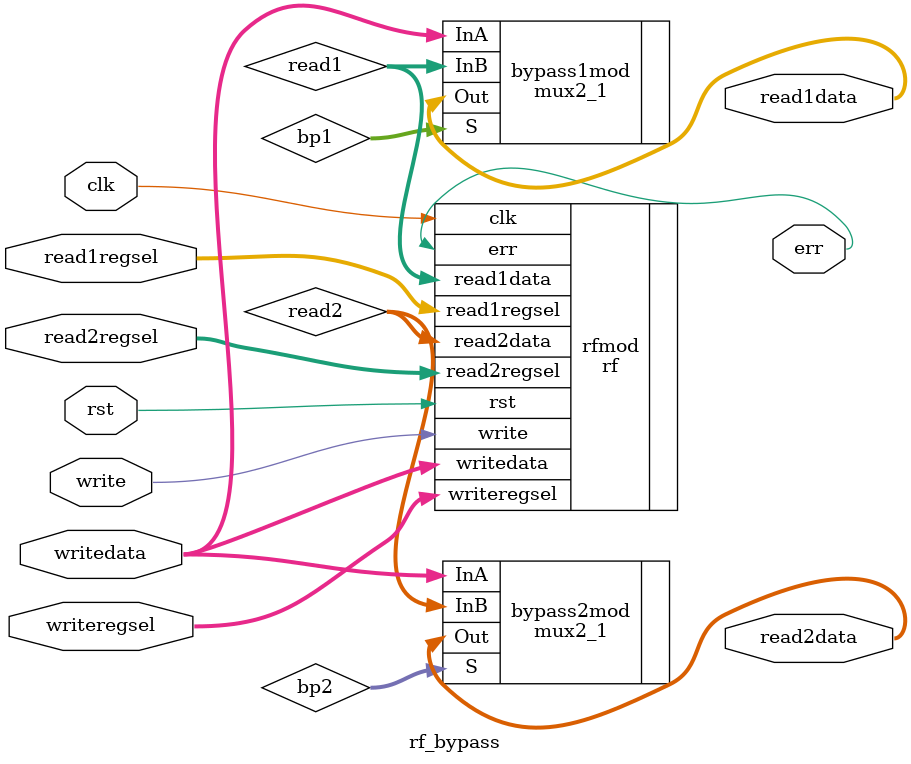
<source format=v>
/* $Author: karu $ */
/* $LastChangedDate: 2009-03-04 23:09:45 -0600 (Wed, 04 Mar 2009) $ */
/* $Rev: 45 $ */
module rf_bypass (
           // Outputs
           read1data, read2data, err,
           // Inputs
           clk, rst, read1regsel, read2regsel, writeregsel, writedata, write
           );
   input clk, rst;
   input [2:0] read1regsel;
   input [2:0] read2regsel;
   input [2:0] writeregsel;
   input [15:0] writedata;
   input        write;

   output [15:0] read1data;
   output [15:0] read2data;
   output        err;

   wire [15:0] bp1, bp2;
   wire [15:0] read1, read2;

   rf rfmod(
          // Outputs
          .read1data                    (read1),
          .read2data                    (read2),
          .err                          (err),
          // Inputs
          .clk                          (clk),
          .rst                          (rst),
          .read1regsel                  (read1regsel[2:0]),
          .read2regsel                  (read2regsel[2:0]),
          .writeregsel                  (writeregsel[2:0]),
          .writedata                    (writedata[15:0]),
          .write                        (write));

 //bp1 = 1 if read1sel = writeregsel && write
 //bp2 = 1 if read2sel = writeregsel && write 



 //select between write and read1
 mux2_1 bypass1mod (.InA(writedata),.InB(read1),.S(bp1),.Out(read1data));
 mux2_1 bypass2mod (.InA(writedata),.InB(read2),.S(bp2),.Out(read2data));


endmodule
// DUMMY LINE FOR REV CONTROL :1:

</source>
